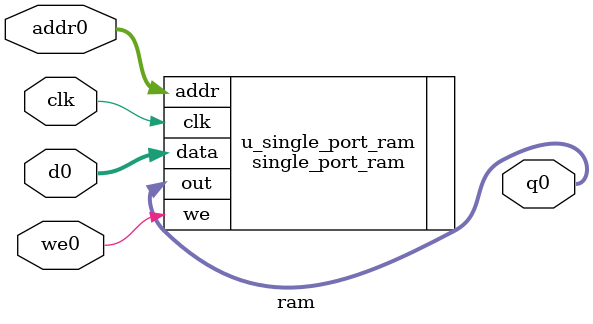
<source format=v>

`timescale 1ns/1ns
`define EXPONENT 5
`define MANTISSA 10
`define SIGN 1
`define DWIDTH (`SIGN+`EXPONENT+`MANTISSA)
`define IEEE_COMPLIANCE 1
`define AWIDTH 7
`define MEM_SIZE 128
`define MAT_MUL_SIZE 8
`define LOG2_MAT_MUL_SIZE 3
`define BB_MAT_MUL_SIZE `MAT_MUL_SIZE
`define NUM_CYCLES_IN_MAC 8

module matrix_multiplication(
  clk, 
  clk_mem, 
  reset, 
  enable_writing_to_mem, 
  enable_reading_from_mem, 
  data_pi,
  addr_pi, 
  we_a,
  we_b,
  we_c,
  data_from_out_mat,
  start_mat_mul,
  done_mat_mul
);

  input clk;
  input clk_mem;
  input reset;
  input enable_writing_to_mem;
  input enable_reading_from_mem;
  input [`BB_MAT_MUL_SIZE*`DWIDTH-1:0] data_pi;
  input [`AWIDTH-1:0] addr_pi;
  input we_a;
  input we_b;
  input we_c;
  output [`BB_MAT_MUL_SIZE*`DWIDTH-1:0] data_from_out_mat;
  input start_mat_mul;
  output done_mat_mul;

  reg enable_writing_to_mem_reg;
  reg enable_reading_from_mem_reg;
  reg [`AWIDTH-1:0] addr_pi_reg;
  always @(posedge clk_mem) begin
    if (reset) begin
      enable_writing_to_mem_reg<= 0;
      enable_reading_from_mem_reg<= 0;
      addr_pi_reg <= 0;
    end else begin
      enable_writing_to_mem_reg<= enable_writing_to_mem;
      enable_reading_from_mem_reg<= enable_reading_from_mem;
      addr_pi_reg <= addr_pi;
    end
  end

  wire [`BB_MAT_MUL_SIZE*`DWIDTH-1:0] a_data;
  reg [`BB_MAT_MUL_SIZE*`DWIDTH-1:0] a_data_reg;
  wire [`AWIDTH-1:0] a_addr;
  wire [`AWIDTH-1:0] a_addr_muxed;

  reg [`AWIDTH-1:0] a_addr_reg;
  always @(posedge clk_mem) begin
    if (reset) begin
      a_addr_reg <= `MEM_SIZE-1; 
    end else begin
      a_addr_reg <= a_addr;
    end
  end

  reg [`AWIDTH-1:0] a_addr_muxed_reg;
  always @(posedge clk_mem) begin
    if (reset) begin
      a_addr_muxed_reg <= `MEM_SIZE-1; 
    end else begin
      a_addr_muxed_reg <= a_addr_muxed;
    end
  end
  assign a_addr_muxed = (enable_writing_to_mem_reg) ? addr_pi_reg : a_addr_reg;

  // BRAM matrix A 
  ram matrix_A (
    .addr0(a_addr_muxed_reg),
    .d0(data_pi), 
    .we0(we_a), 
    .q0(a_data), 
    .clk(clk_mem));

  always @(posedge clk_mem) begin
    if (reset) begin
      a_data_reg <= 0;
    end
    else begin
      a_data_reg <= a_data;
    end
  end

  wire [`BB_MAT_MUL_SIZE*`DWIDTH-1:0] b_data;
  reg [`BB_MAT_MUL_SIZE*`DWIDTH-1:0] b_data_reg;
  wire [`AWIDTH-1:0] b_addr;
  wire [`AWIDTH-1:0] b_addr_muxed;

  reg [`AWIDTH-1:0] b_addr_reg;
  always @(posedge clk_mem) begin
    if (reset) begin
      b_addr_reg <= `MEM_SIZE-1;
    end else begin
      b_addr_reg <= b_addr;
    end
  end

  reg [`AWIDTH-1:0] b_addr_muxed_reg;
  always @(posedge clk_mem) begin
    if (reset) begin
      b_addr_muxed_reg <= `MEM_SIZE-1;
    end else begin
      b_addr_muxed_reg <= b_addr_muxed;
    end
  end

  assign b_addr_muxed = (enable_writing_to_mem_reg) ? addr_pi_reg : b_addr_reg;

  // BRAM matrix B
  ram matrix_B (
    .addr0(b_addr_muxed_reg),
    .d0(data_pi), 
    .we0(we_b), 
    .q0(b_data), 
    .clk(clk_mem));

  always @(posedge clk_mem) begin
    if (reset) begin
      b_data_reg <= 0;
    end
    else begin
      b_data_reg <= b_data;
    end
  end

  reg  [`AWIDTH-1:0] c_addr;
  wire [`AWIDTH-1:0] c_addr_muxed;
  assign c_addr_muxed = (enable_reading_from_mem_reg) ? addr_pi_reg : c_addr;

  reg [`AWIDTH-1:0] c_addr_muxed_reg;
  always @(posedge clk_mem) begin
    if (reset) begin
      c_addr_muxed_reg <= 0;
    end else begin
      c_addr_muxed_reg <= c_addr_muxed;
    end
  end

  always @(posedge clk_mem) begin
    if (reset || done_mat_mul) begin
        c_addr <= 0;
    end
    else if (start_mat_mul) begin
        c_addr <= c_addr+1;
    end
  end
  
  wire [`BB_MAT_MUL_SIZE*`DWIDTH-1:0] c_data_out;
  reg  [`BB_MAT_MUL_SIZE*`DWIDTH-1:0] c_data_out_reg;
  
  always @(posedge clk_mem) begin
    if (reset) begin
      c_data_out_reg<= 0;
    end
    else if (start_mat_mul) begin
        c_data_out_reg<= c_data_out;
    end
  end

  reg [`BB_MAT_MUL_SIZE*`DWIDTH-1:0] data_from_out_mat;
  wire [`BB_MAT_MUL_SIZE*`DWIDTH-1:0] data_from_out_mat_temp;

  always @(posedge clk_mem) begin
    if(reset) begin
      data_from_out_mat <= 0;
    end else begin
      data_from_out_mat <= data_from_out_mat_temp;
    end
  end

  // BRAM matrix C
  ram matrix_C (
    .addr0(c_addr_muxed_reg),
    .d0(c_data_out_reg),
    .we0(we_c),
    .q0(data_from_out_mat_temp),
    .clk(clk_mem));

wire [`BB_MAT_MUL_SIZE*`DWIDTH-1:0] a_data_out_NC;
wire [`BB_MAT_MUL_SIZE*`DWIDTH-1:0] b_data_out_NC;
wire [`BB_MAT_MUL_SIZE*`DWIDTH-1:0] a_data_in_NC;
wire [`BB_MAT_MUL_SIZE*`DWIDTH-1:0] b_data_in_NC;

matmul_8x8_systolic u_matmul_8x8(
  .clk(clk),
  .reset(reset),
  .start_mat_mul(start_mat_mul),
  .done_mat_mul(done_mat_mul),
  .a_data(a_data_reg),
  .b_data(b_data_reg),
  .a_data_in(a_data_in_NC),
  .b_data_in(b_data_in_NC),
  .c_data_in({`BB_MAT_MUL_SIZE*`DWIDTH{1'b0}}),
  .c_data_out(c_data_out),
  .a_data_out(a_data_out_NC),
  .b_data_out(b_data_out_NC),
  .a_addr(a_addr),
  .b_addr(b_addr),
  .final_mat_mul_size(8'd8),
  .a_loc(8'd0),
  .b_loc(8'd0)
);

endmodule  

module ram (addr0, d0, we0, q0,  clk);

input [`AWIDTH-1:0] addr0;
input [`BB_MAT_MUL_SIZE*`DWIDTH-1:0] d0;
input we0;
output [`BB_MAT_MUL_SIZE*`DWIDTH-1:0] q0;
input clk;

//reg [`BB_MAT_MUL_SIZE*`DWIDTH-1:0] q0;
//reg [`BB_MAT_MUL_SIZE*`DWIDTH-1:0] ram[`MEM_SIZE-1:0];
//
//always @(posedge clk)  
//begin 
//        if (we0) 
//        begin 
//            ram[addr0] <= d0; 
//        end 
//        q0 <= ram[addr0];
//end

single_port_ram u_single_port_ram(
  .data(d0),
  .we(we0),
  .addr(addr0),
  .clk(clk),
  .out(q0)
);
endmodule


</source>
